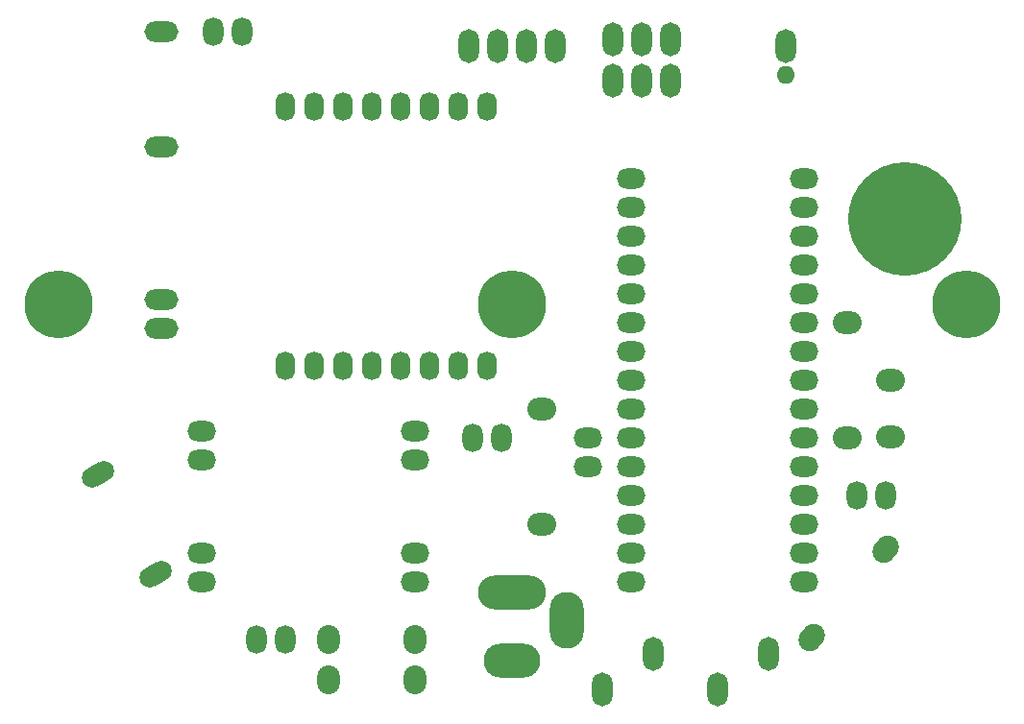
<source format=gbr>
G04 #@! TF.GenerationSoftware,KiCad,Pcbnew,7.0.9*
G04 #@! TF.CreationDate,2024-04-10T14:08:56+01:00*
G04 #@! TF.ProjectId,headphone-pcb,68656164-7068-46f6-9e65-2d7063622e6b,rev?*
G04 #@! TF.SameCoordinates,PX5f5e100PY5f5e100*
G04 #@! TF.FileFunction,Copper,L1,Top*
G04 #@! TF.FilePolarity,Positive*
%FSLAX46Y46*%
G04 Gerber Fmt 4.6, Leading zero omitted, Abs format (unit mm)*
G04 Created by KiCad (PCBNEW 7.0.9) date 2024-04-10 14:08:56*
%MOMM*%
%LPD*%
G01*
G04 APERTURE LIST*
G04 Aperture macros list*
%AMHorizOval*
0 Thick line with rounded ends*
0 $1 width*
0 $2 $3 position (X,Y) of the first rounded end (center of the circle)*
0 $4 $5 position (X,Y) of the second rounded end (center of the circle)*
0 Add line between two ends*
20,1,$1,$2,$3,$4,$5,0*
0 Add two circle primitives to create the rounded ends*
1,1,$1,$2,$3*
1,1,$1,$4,$5*%
G04 Aperture macros list end*
G04 #@! TA.AperFunction,ComponentPad*
%ADD10O,3.000000X1.800000*%
G04 #@! TD*
G04 #@! TA.AperFunction,ComponentPad*
%ADD11O,1.800000X2.540000*%
G04 #@! TD*
G04 #@! TA.AperFunction,ComponentPad*
%ADD12HorizOval,1.800000X-0.519615X-0.300000X0.519615X0.300000X0*%
G04 #@! TD*
G04 #@! TA.AperFunction,ComponentPad*
%ADD13O,2.540000X1.800000*%
G04 #@! TD*
G04 #@! TA.AperFunction,ComponentPad*
%ADD14O,1.600000X1.600000*%
G04 #@! TD*
G04 #@! TA.AperFunction,ComponentPad*
%ADD15O,1.800000X3.000000*%
G04 #@! TD*
G04 #@! TA.AperFunction,ComponentPad*
%ADD16O,2.000000X2.540000*%
G04 #@! TD*
G04 #@! TA.AperFunction,ComponentPad*
%ADD17O,2.540000X2.000000*%
G04 #@! TD*
G04 #@! TA.AperFunction,ComponentPad*
%ADD18O,3.000000X5.000000*%
G04 #@! TD*
G04 #@! TA.AperFunction,ComponentPad*
%ADD19O,5.000000X3.000000*%
G04 #@! TD*
G04 #@! TA.AperFunction,ComponentPad*
%ADD20O,6.000000X3.000000*%
G04 #@! TD*
G04 #@! TA.AperFunction,ComponentPad*
%ADD21C,10.000000*%
G04 #@! TD*
G04 #@! TA.AperFunction,ComponentPad*
%ADD22HorizOval,2.000000X-0.173553X-0.206832X0.173553X0.206832X0*%
G04 #@! TD*
G04 #@! TA.AperFunction,ComponentPad*
%ADD23O,1.700000X2.540000*%
G04 #@! TD*
G04 #@! TA.AperFunction,ViaPad*
%ADD24C,6.000000*%
G04 #@! TD*
G04 #@! TA.AperFunction,Conductor*
%ADD25C,2.000000*%
G04 #@! TD*
G04 APERTURE END LIST*
D10*
G04 #@! TO.P,R9,1*
G04 #@! TO.N,Net-(D6-K)*
X-30912000Y24059000D03*
G04 #@! TO.P,R9,2*
G04 #@! TO.N,GND*
X-30912000Y13899000D03*
G04 #@! TD*
D11*
G04 #@! TO.P,D6,1,K*
G04 #@! TO.N,Net-(D6-K)*
X-26340000Y24059000D03*
G04 #@! TO.P,D6,2,A*
G04 #@! TO.N,/LED2*
X-23800000Y24059000D03*
G04 #@! TD*
D12*
G04 #@! TO.P,R2,1*
G04 #@! TO.N,Net-(D4-K)*
X-31420000Y-23779409D03*
G04 #@! TO.P,R2,2*
G04 #@! TO.N,GND*
X-36500000Y-14980591D03*
G04 #@! TD*
D11*
G04 #@! TO.P,D4,2,A*
G04 #@! TO.N,+12V*
X-19990000Y-29540000D03*
G04 #@! TO.P,D4,1,K*
G04 #@! TO.N,Net-(D4-K)*
X-22530000Y-29540000D03*
G04 #@! TD*
D13*
G04 #@! TO.P,U3,3,VI*
G04 #@! TO.N,+12V*
X-27340000Y-21920000D03*
X-27340000Y-24460000D03*
G04 #@! TO.P,U3,2,VO*
G04 #@! TO.N,+7.5V*
X-8560000Y-21920000D03*
X-8560000Y-24460000D03*
G04 #@! TO.P,U3,1,GND*
G04 #@! TO.N,GND*
X-27340000Y-11180000D03*
X-27340000Y-13720000D03*
X-8560000Y-11180000D03*
X-8560000Y-13720000D03*
G04 #@! TD*
D14*
G04 #@! TO.P,R1,2*
G04 #@! TO.N,+5V*
X24130000Y20244000D03*
D15*
G04 #@! TO.P,R1,1*
G04 #@! TO.N,Net-(J4-Pin_1)*
X13970000Y19694000D03*
G04 #@! TD*
G04 #@! TO.P,J4,2,Pin_2*
G04 #@! TO.N,/FLEX*
X8890000Y19694000D03*
G04 #@! TO.P,J4,1,Pin_1*
G04 #@! TO.N,Net-(J4-Pin_1)*
X11430000Y19694000D03*
G04 #@! TD*
G04 #@! TO.P,J3,2,Pin_2*
G04 #@! TO.N,/FLEX*
X8890000Y23334000D03*
G04 #@! TO.P,J3,1,Pin_1*
G04 #@! TO.N,Net-(J3-Pin_1)*
X11430000Y23334000D03*
G04 #@! TD*
D16*
G04 #@! TO.P,D3,2,A*
G04 #@! TO.N,Net-(D3-A)*
X-8560000Y-33096000D03*
G04 #@! TO.P,D3,1,K*
G04 #@! TO.N,+12V*
X-16180000Y-33096000D03*
G04 #@! TD*
D13*
G04 #@! TO.P,A1,30,VIN*
G04 #@! TO.N,+7.5V*
X10490000Y-24460000D03*
G04 #@! TO.P,A1,29,GND*
G04 #@! TO.N,GND*
X10490000Y-21920000D03*
G04 #@! TO.P,A1,28,~{RESET}*
G04 #@! TO.N,unconnected-(A1-~{RESET}-Pad28)*
X10490000Y-19380000D03*
G04 #@! TO.P,A1,27,+5V*
G04 #@! TO.N,+5V*
X10490000Y-16840000D03*
G04 #@! TO.P,A1,26,A7*
G04 #@! TO.N,unconnected-(A1-A7-Pad26)*
X10490000Y-14300000D03*
G04 #@! TO.P,A1,25,A6*
G04 #@! TO.N,unconnected-(A1-A6-Pad25)*
X10490000Y-11760000D03*
G04 #@! TO.P,A1,24,SCL/A5*
G04 #@! TO.N,/DEBUG_SEL*
X10490000Y-9220000D03*
G04 #@! TO.P,A1,23,SDA/A4*
G04 #@! TO.N,unconnected-(A1-SDA{slash}A4-Pad23)*
X10490000Y-6680000D03*
G04 #@! TO.P,A1,22,A3*
G04 #@! TO.N,unconnected-(A1-A3-Pad22)*
X10490000Y-4140000D03*
G04 #@! TO.P,A1,21,A2*
G04 #@! TO.N,unconnected-(A1-A2-Pad21)*
X10490000Y-1600000D03*
G04 #@! TO.P,A1,20,A1*
G04 #@! TO.N,unconnected-(A1-A1-Pad20)*
X10490000Y940000D03*
G04 #@! TO.P,A1,19,A0*
G04 #@! TO.N,/FLEX*
X10490000Y3480000D03*
G04 #@! TO.P,A1,18,AREF*
G04 #@! TO.N,unconnected-(A1-AREF-Pad18)*
X10490000Y6020000D03*
G04 #@! TO.P,A1,17,3V3*
G04 #@! TO.N,unconnected-(A1-3V3-Pad17)*
X10490000Y8560000D03*
G04 #@! TO.P,A1,16,SCK*
G04 #@! TO.N,unconnected-(A1-SCK-Pad16)*
X10490000Y11100000D03*
G04 #@! TO.P,A1,15,MISO*
G04 #@! TO.N,unconnected-(A1-MISO-Pad15)*
X25730000Y11100000D03*
G04 #@! TO.P,A1,14,MOSI*
G04 #@! TO.N,unconnected-(A1-MOSI-Pad14)*
X25730000Y8560000D03*
G04 #@! TO.P,A1,13,D10*
G04 #@! TO.N,unconnected-(A1-D10-Pad13)*
X25730000Y6020000D03*
G04 #@! TO.P,A1,12,D9*
G04 #@! TO.N,unconnected-(A1-D9-Pad12)*
X25730000Y3480000D03*
G04 #@! TO.P,A1,11,D8*
G04 #@! TO.N,unconnected-(A1-D8-Pad11)*
X25730000Y940000D03*
G04 #@! TO.P,A1,10,D7*
G04 #@! TO.N,/CS_RES*
X25730000Y-1600000D03*
G04 #@! TO.P,A1,9,D6*
G04 #@! TO.N,unconnected-(A1-D6-Pad9)*
X25730000Y-4140000D03*
G04 #@! TO.P,A1,8,D5*
G04 #@! TO.N,unconnected-(A1-D5-Pad8)*
X25730000Y-6680000D03*
G04 #@! TO.P,A1,7,D4*
G04 #@! TO.N,unconnected-(A1-D4-Pad7)*
X25730000Y-9220000D03*
G04 #@! TO.P,A1,6,D3*
G04 #@! TO.N,/CS_SENSE*
X25730000Y-11760000D03*
G04 #@! TO.P,A1,5,D2*
G04 #@! TO.N,/LED1*
X25730000Y-14300000D03*
G04 #@! TO.P,A1,4,GND*
G04 #@! TO.N,GND*
X25730000Y-16840000D03*
G04 #@! TO.P,A1,3,~{RESET}*
G04 #@! TO.N,unconnected-(A1-~{RESET}-Pad3)*
X25730000Y-19380000D03*
G04 #@! TO.P,A1,2,RX1*
G04 #@! TO.N,unconnected-(A1-RX1-Pad2)*
X25730000Y-21920000D03*
G04 #@! TO.P,A1,1,TX1*
G04 #@! TO.N,/NANO_TX*
X25730000Y-24460000D03*
G04 #@! TD*
D10*
G04 #@! TO.P,J2,2,Pin_2*
G04 #@! TO.N,GND*
X-30912000Y432000D03*
G04 #@! TO.P,J2,1,Pin_1*
G04 #@! TO.N,/WIFI_EN*
X-30912000Y-2108000D03*
G04 #@! TD*
D15*
G04 #@! TO.P,R8,1*
G04 #@! TO.N,Net-(J3-Pin_1)*
X13970000Y23334000D03*
G04 #@! TO.P,R8,2*
G04 #@! TO.N,+5V*
X24130000Y22784000D03*
G04 #@! TD*
D17*
G04 #@! TO.P,R7,2*
G04 #@! TO.N,/CS_SENSE*
X29540000Y-11760000D03*
G04 #@! TO.P,R7,1*
G04 #@! TO.N,/CS_RES*
X29540000Y-1600000D03*
G04 #@! TD*
D18*
G04 #@! TO.P,J13,3*
G04 #@! TO.N,N/C*
X4800000Y-27880000D03*
D19*
G04 #@! TO.P,J13,2*
G04 #@! TO.N,GND*
X0Y-31380000D03*
D20*
G04 #@! TO.P,J13,1*
G04 #@! TO.N,Net-(D3-A)*
X0Y-25380000D03*
G04 #@! TD*
D15*
G04 #@! TO.P,J12,1,Pin_1*
G04 #@! TO.N,/FLEX*
X3810000Y22784000D03*
G04 #@! TO.P,J12,2,Pin_2*
G04 #@! TO.N,GND*
X1270000Y22784000D03*
G04 #@! TD*
G04 #@! TO.P,J11,2,Pin_2*
G04 #@! TO.N,GND*
X-1270000Y22784000D03*
G04 #@! TO.P,J11,1,Pin_1*
G04 #@! TO.N,/CS_RES*
X-3810000Y22784000D03*
G04 #@! TD*
D21*
G04 #@! TO.P,J10,1,Pin_1*
G04 #@! TO.N,/CS_RES*
X34620000Y7500000D03*
G04 #@! TD*
D16*
G04 #@! TO.P,D5,2,A*
G04 #@! TO.N,Net-(D3-A)*
X-8565000Y-29540000D03*
G04 #@! TO.P,D5,1,K*
G04 #@! TO.N,+12V*
X-16185000Y-29540000D03*
G04 #@! TD*
D17*
G04 #@! TO.P,C2,2*
G04 #@! TO.N,/CS_SENSE*
X33350000Y-11680000D03*
G04 #@! TO.P,C2,1*
G04 #@! TO.N,/CS_RES*
X33350000Y-6680000D03*
G04 #@! TD*
D15*
G04 #@! TO.P,R3,1*
G04 #@! TO.N,/NANO_TX*
X22555000Y-30810000D03*
G04 #@! TO.P,R3,2*
G04 #@! TO.N,/ESP_RX*
X12395000Y-30810000D03*
G04 #@! TD*
G04 #@! TO.P,R4,1*
G04 #@! TO.N,/ESP_RX*
X18110000Y-33985000D03*
G04 #@! TO.P,R4,2*
G04 #@! TO.N,GND*
X7950000Y-33985000D03*
G04 #@! TD*
D11*
G04 #@! TO.P,D1,2,A*
G04 #@! TO.N,/LED0*
X-3480000Y-11760000D03*
G04 #@! TO.P,D1,1,K*
G04 #@! TO.N,Net-(D1-K)*
X-940000Y-11760000D03*
G04 #@! TD*
D13*
G04 #@! TO.P,J1,2,Pin_2*
G04 #@! TO.N,GND*
X6680000Y-14300000D03*
G04 #@! TO.P,J1,1,Pin_1*
G04 #@! TO.N,/DEBUG_SEL*
X6680000Y-11760000D03*
G04 #@! TD*
D22*
G04 #@! TO.P,R6,2*
G04 #@! TO.N,GND*
X26394708Y-29367506D03*
G04 #@! TO.P,R6,1*
G04 #@! TO.N,Net-(D2-K)*
X32925430Y-21584494D03*
G04 #@! TD*
D17*
G04 #@! TO.P,R5,2*
G04 #@! TO.N,GND*
X2616000Y-19380000D03*
G04 #@! TO.P,R5,1*
G04 #@! TO.N,Net-(D1-K)*
X2616000Y-9220000D03*
G04 #@! TD*
D11*
G04 #@! TO.P,D2,2,A*
G04 #@! TO.N,/LED1*
X30385430Y-16840000D03*
G04 #@! TO.P,D2,1,K*
G04 #@! TO.N,Net-(D2-K)*
X32925430Y-16840000D03*
G04 #@! TD*
D23*
G04 #@! TO.P,U1,1,~{RST}*
G04 #@! TO.N,unconnected-(U1-~{RST}-Pad1)*
X-2210000Y-5410000D03*
G04 #@! TO.P,U1,2,A0*
G04 #@! TO.N,unconnected-(U1-A0-Pad2)*
X-4750000Y-5410000D03*
G04 #@! TO.P,U1,3,D0*
G04 #@! TO.N,unconnected-(U1-D0-Pad3)*
X-7290000Y-5410000D03*
G04 #@! TO.P,U1,4,SCK/D5*
G04 #@! TO.N,/WIFI_EN*
X-9830000Y-5410000D03*
G04 #@! TO.P,U1,5,MISO/D6*
G04 #@! TO.N,/LED0*
X-12370000Y-5410000D03*
G04 #@! TO.P,U1,6,MOSI/D7*
G04 #@! TO.N,unconnected-(U1-MOSI{slash}D7-Pad6)*
X-14910000Y-5410000D03*
G04 #@! TO.P,U1,7,CS/D8*
G04 #@! TO.N,unconnected-(U1-CS{slash}D8-Pad7)*
X-17450000Y-5410000D03*
G04 #@! TO.P,U1,8,3V3*
G04 #@! TO.N,unconnected-(U1-3V3-Pad8)*
X-19990000Y-5410000D03*
G04 #@! TO.P,U1,9,5V*
G04 #@! TO.N,+5V*
X-19990000Y17450000D03*
G04 #@! TO.P,U1,10,GND*
G04 #@! TO.N,GND*
X-17450000Y17450000D03*
G04 #@! TO.P,U1,11,D4*
G04 #@! TO.N,unconnected-(U1-D4-Pad11)*
X-14910000Y17450000D03*
G04 #@! TO.P,U1,12,D3*
G04 #@! TO.N,unconnected-(U1-D3-Pad12)*
X-12370000Y17450000D03*
G04 #@! TO.P,U1,13,SDA/D2*
G04 #@! TO.N,/ESP_RX*
X-9830000Y17450000D03*
G04 #@! TO.P,U1,14,SCL/D1*
G04 #@! TO.N,/LED2*
X-7290000Y17450000D03*
G04 #@! TO.P,U1,15,RX*
G04 #@! TO.N,unconnected-(U1-RX-Pad15)*
X-4750000Y17450000D03*
G04 #@! TO.P,U1,16,TX*
G04 #@! TO.N,unconnected-(U1-TX-Pad16)*
X-2210000Y17450000D03*
G04 #@! TD*
D24*
G04 #@! TO.N,GND*
X0Y0D03*
X40000000Y0D03*
X-40000000Y0D03*
G04 #@! TD*
D25*
G04 #@! TO.N,Net-(D3-A)*
X-600Y-25379400D02*
X0Y-25380000D01*
G04 #@! TD*
M02*

</source>
